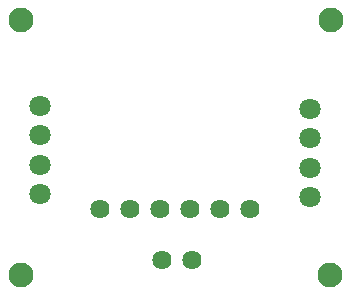
<source format=gts>
G04 Layer: TopSolderMaskLayer*
G04 EasyEDA v6.5.47, 2024-09-25 19:50:29*
G04 4115ed8de5bc4dae80ebc9d7783316fa,2802210eb98647e48a656566f44cf116,10*
G04 Gerber Generator version 0.2*
G04 Scale: 100 percent, Rotated: No, Reflected: No *
G04 Dimensions in millimeters *
G04 leading zeros omitted , absolute positions ,4 integer and 5 decimal *
%FSLAX45Y45*%
%MOMM*%

%ADD10C,1.8000*%
%ADD11C,1.6256*%
%ADD12C,2.1016*%

%LPD*%
D10*
G01*
X1854200Y2076094D03*
G01*
X1854200Y2326106D03*
G01*
X1854200Y2576093D03*
G01*
X1854200Y2826105D03*
G01*
X4140200Y2800705D03*
G01*
X4140200Y2550693D03*
G01*
X4140200Y2300706D03*
G01*
X4140200Y2050694D03*
D11*
G01*
X3632200Y1955800D03*
G01*
X3378200Y1955800D03*
G01*
X3124200Y1955800D03*
G01*
X2870200Y1955800D03*
G01*
X2616200Y1955800D03*
G01*
X2362200Y1955800D03*
G01*
X2882900Y1524000D03*
G01*
X3136900Y1524000D03*
D12*
G01*
X4318000Y3556000D03*
G01*
X1689100Y3556000D03*
G01*
X1689100Y1397000D03*
G01*
X4305300Y1397000D03*
M02*

</source>
